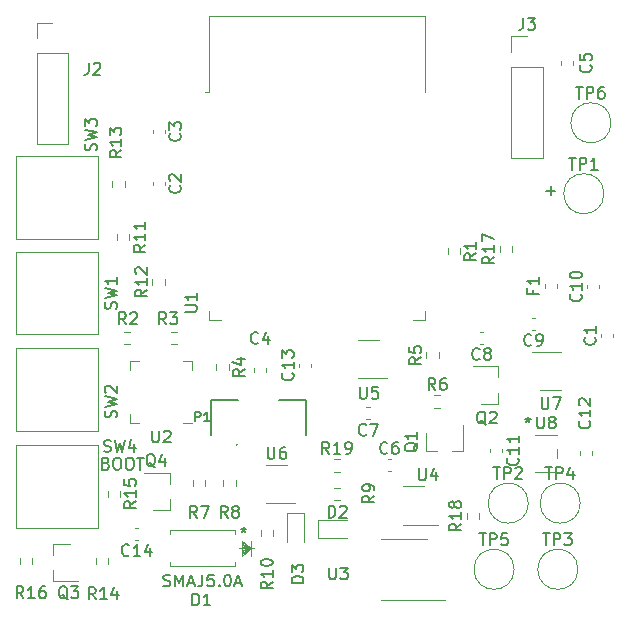
<source format=gbr>
%TF.GenerationSoftware,KiCad,Pcbnew,(5.1.10)-1*%
%TF.CreationDate,2022-02-13T15:16:36-05:00*%
%TF.ProjectId,wristband,77726973-7462-4616-9e64-2e6b69636164,rev?*%
%TF.SameCoordinates,Original*%
%TF.FileFunction,Legend,Top*%
%TF.FilePolarity,Positive*%
%FSLAX46Y46*%
G04 Gerber Fmt 4.6, Leading zero omitted, Abs format (unit mm)*
G04 Created by KiCad (PCBNEW (5.1.10)-1) date 2022-02-13 15:16:36*
%MOMM*%
%LPD*%
G01*
G04 APERTURE LIST*
%ADD10C,0.150000*%
%ADD11C,0.120000*%
%ADD12C,0.127000*%
G04 APERTURE END LIST*
D10*
X93942857Y-103828571D02*
X94085714Y-103876190D01*
X94133333Y-103923809D01*
X94180952Y-104019047D01*
X94180952Y-104161904D01*
X94133333Y-104257142D01*
X94085714Y-104304761D01*
X93990476Y-104352380D01*
X93609523Y-104352380D01*
X93609523Y-103352380D01*
X93942857Y-103352380D01*
X94038095Y-103400000D01*
X94085714Y-103447619D01*
X94133333Y-103542857D01*
X94133333Y-103638095D01*
X94085714Y-103733333D01*
X94038095Y-103780952D01*
X93942857Y-103828571D01*
X93609523Y-103828571D01*
X94800000Y-103352380D02*
X94990476Y-103352380D01*
X95085714Y-103400000D01*
X95180952Y-103495238D01*
X95228571Y-103685714D01*
X95228571Y-104019047D01*
X95180952Y-104209523D01*
X95085714Y-104304761D01*
X94990476Y-104352380D01*
X94800000Y-104352380D01*
X94704761Y-104304761D01*
X94609523Y-104209523D01*
X94561904Y-104019047D01*
X94561904Y-103685714D01*
X94609523Y-103495238D01*
X94704761Y-103400000D01*
X94800000Y-103352380D01*
X95847619Y-103352380D02*
X96038095Y-103352380D01*
X96133333Y-103400000D01*
X96228571Y-103495238D01*
X96276190Y-103685714D01*
X96276190Y-104019047D01*
X96228571Y-104209523D01*
X96133333Y-104304761D01*
X96038095Y-104352380D01*
X95847619Y-104352380D01*
X95752380Y-104304761D01*
X95657142Y-104209523D01*
X95609523Y-104019047D01*
X95609523Y-103685714D01*
X95657142Y-103495238D01*
X95752380Y-103400000D01*
X95847619Y-103352380D01*
X96561904Y-103352380D02*
X97133333Y-103352380D01*
X96847619Y-104352380D02*
X96847619Y-103352380D01*
X131219047Y-80771428D02*
X131980952Y-80771428D01*
X131600000Y-81152380D02*
X131600000Y-80390476D01*
D11*
%TO.C,TP6*%
X136700000Y-75000000D02*
G75*
G03*
X136700000Y-75000000I-1700000J0D01*
G01*
%TO.C,TP5*%
X128500000Y-112800000D02*
G75*
G03*
X128500000Y-112800000I-1700000J0D01*
G01*
%TO.C,TP4*%
X134100000Y-107200000D02*
G75*
G03*
X134100000Y-107200000I-1700000J0D01*
G01*
%TO.C,TP3*%
X133900000Y-112800000D02*
G75*
G03*
X133900000Y-112800000I-1700000J0D01*
G01*
%TO.C,TP2*%
X129700000Y-107200000D02*
G75*
G03*
X129700000Y-107200000I-1700000J0D01*
G01*
%TO.C,TP1*%
X136100000Y-81000000D02*
G75*
G03*
X136100000Y-81000000I-1700000J0D01*
G01*
D12*
%TO.C,P1*%
X105100000Y-98500000D02*
X102850000Y-98500000D01*
X102850000Y-98500000D02*
X102850000Y-101400000D01*
X108600000Y-98500000D02*
X110850000Y-98500000D01*
X110850000Y-98500000D02*
X110850000Y-101400000D01*
X105050000Y-102250000D02*
G75*
G03*
X105050000Y-102250000I-50000J0D01*
G01*
D11*
%TO.C,F1*%
X132110000Y-88971267D02*
X132110000Y-88628733D01*
X131090000Y-88971267D02*
X131090000Y-88628733D01*
%TO.C,J3*%
X128270000Y-67670000D02*
X129600000Y-67670000D01*
X128270000Y-69000000D02*
X128270000Y-67670000D01*
X128270000Y-70270000D02*
X130930000Y-70270000D01*
X130930000Y-70270000D02*
X130930000Y-77950000D01*
X128270000Y-70270000D02*
X128270000Y-77950000D01*
X128270000Y-77950000D02*
X130930000Y-77950000D01*
%TO.C,J2*%
X88070000Y-66530000D02*
X89400000Y-66530000D01*
X88070000Y-67860000D02*
X88070000Y-66530000D01*
X88070000Y-69130000D02*
X90730000Y-69130000D01*
X90730000Y-69130000D02*
X90730000Y-76810000D01*
X88070000Y-69130000D02*
X88070000Y-76810000D01*
X88070000Y-76810000D02*
X90730000Y-76810000D01*
%TO.C,C1*%
X136910000Y-93146267D02*
X136910000Y-92853733D01*
X135890000Y-93146267D02*
X135890000Y-92853733D01*
%TO.C,C2*%
X98910000Y-79991233D02*
X98910000Y-80283767D01*
X97890000Y-79991233D02*
X97890000Y-80283767D01*
%TO.C,C3*%
X97890000Y-75591233D02*
X97890000Y-75883767D01*
X98910000Y-75591233D02*
X98910000Y-75883767D01*
%TO.C,C4*%
X107510000Y-96083767D02*
X107510000Y-95791233D01*
X106490000Y-96083767D02*
X106490000Y-95791233D01*
%TO.C,C5*%
X133510000Y-69791233D02*
X133510000Y-70083767D01*
X132490000Y-69791233D02*
X132490000Y-70083767D01*
%TO.C,C6*%
X117791233Y-103490000D02*
X118083767Y-103490000D01*
X117791233Y-104510000D02*
X118083767Y-104510000D01*
%TO.C,C7*%
X116283767Y-99090000D02*
X115991233Y-99090000D01*
X116283767Y-100110000D02*
X115991233Y-100110000D01*
%TO.C,C8*%
X125883767Y-92690000D02*
X125591233Y-92690000D01*
X125883767Y-93710000D02*
X125591233Y-93710000D01*
%TO.C,C9*%
X130283767Y-91490000D02*
X129991233Y-91490000D01*
X130283767Y-92510000D02*
X129991233Y-92510000D01*
%TO.C,C10*%
X134690000Y-89008767D02*
X134690000Y-88716233D01*
X135710000Y-89008767D02*
X135710000Y-88716233D01*
%TO.C,C11*%
X127510000Y-102591233D02*
X127510000Y-102883767D01*
X126490000Y-102591233D02*
X126490000Y-102883767D01*
%TO.C,C12*%
X135110000Y-102791233D02*
X135110000Y-103083767D01*
X134090000Y-102791233D02*
X134090000Y-103083767D01*
%TO.C,C13*%
X110290000Y-95683767D02*
X110290000Y-95391233D01*
X111310000Y-95683767D02*
X111310000Y-95391233D01*
%TO.C,C14*%
X96683767Y-109290000D02*
X96391233Y-109290000D01*
X96683767Y-110310000D02*
X96391233Y-110310000D01*
%TO.C,D1*%
X99329600Y-112158240D02*
X99329600Y-112524000D01*
X104866800Y-109841760D02*
X104866800Y-109476000D01*
X104866800Y-112524000D02*
X104866800Y-112158240D01*
X99329600Y-112524000D02*
X104866800Y-112524000D01*
X99329600Y-109476000D02*
X99329600Y-109841760D01*
X104866800Y-109476000D02*
X99329600Y-109476000D01*
X105501800Y-111635000D02*
X105501800Y-110365000D01*
X106263800Y-111000000D02*
X105501800Y-110873000D01*
X106263800Y-111000000D02*
X105501800Y-110746000D01*
X106263800Y-111000000D02*
X105501800Y-110619000D01*
X106263800Y-111000000D02*
X105501800Y-110492000D01*
X106263800Y-111000000D02*
X105501800Y-110365000D01*
X106263800Y-111000000D02*
X105501800Y-111127000D01*
X106263800Y-111000000D02*
X105501800Y-111254000D01*
X106263800Y-111000000D02*
X105501800Y-111381000D01*
X106263800Y-111000000D02*
X105501800Y-111508000D01*
X106263800Y-111000000D02*
X105501800Y-111635000D01*
X106263800Y-111635000D02*
X106263800Y-110365000D01*
X105247800Y-111000000D02*
X106517800Y-111000000D01*
%TO.C,D2*%
X111865000Y-110135000D02*
X114325000Y-110135000D01*
X111865000Y-108665000D02*
X111865000Y-110135000D01*
X114325000Y-108665000D02*
X111865000Y-108665000D01*
%TO.C,D3*%
X110735000Y-110525000D02*
X110735000Y-108065000D01*
X110735000Y-108065000D02*
X109265000Y-108065000D01*
X109265000Y-108065000D02*
X109265000Y-110525000D01*
%TO.C,Q1*%
X121020000Y-102760000D02*
X121950000Y-102760000D01*
X124180000Y-102760000D02*
X123250000Y-102760000D01*
X124180000Y-102760000D02*
X124180000Y-100600000D01*
X121020000Y-102760000D02*
X121020000Y-101300000D01*
%TO.C,Q2*%
X127160000Y-98780000D02*
X125700000Y-98780000D01*
X127160000Y-95620000D02*
X125000000Y-95620000D01*
X127160000Y-95620000D02*
X127160000Y-96550000D01*
X127160000Y-98780000D02*
X127160000Y-97850000D01*
%TO.C,Q3*%
X89440000Y-110670000D02*
X90900000Y-110670000D01*
X89440000Y-113830000D02*
X91600000Y-113830000D01*
X89440000Y-113830000D02*
X89440000Y-112900000D01*
X89440000Y-110670000D02*
X89440000Y-111600000D01*
%TO.C,Q4*%
X99360000Y-107780000D02*
X99360000Y-106850000D01*
X99360000Y-104620000D02*
X99360000Y-105550000D01*
X99360000Y-104620000D02*
X97200000Y-104620000D01*
X99360000Y-107780000D02*
X97900000Y-107780000D01*
%TO.C,R1*%
X122877500Y-85632776D02*
X122877500Y-86142224D01*
X123922500Y-85632776D02*
X123922500Y-86142224D01*
%TO.C,R2*%
X95942224Y-92677500D02*
X95432776Y-92677500D01*
X95942224Y-93722500D02*
X95432776Y-93722500D01*
%TO.C,R3*%
X99942224Y-93722500D02*
X99432776Y-93722500D01*
X99942224Y-92677500D02*
X99432776Y-92677500D01*
%TO.C,R4*%
X104322500Y-95432776D02*
X104322500Y-95942224D01*
X103277500Y-95432776D02*
X103277500Y-95942224D01*
%TO.C,R5*%
X122122500Y-94942224D02*
X122122500Y-94432776D01*
X121077500Y-94942224D02*
X121077500Y-94432776D01*
%TO.C,R6*%
X121745276Y-98077500D02*
X122254724Y-98077500D01*
X121745276Y-99122500D02*
X122254724Y-99122500D01*
%TO.C,R7*%
X102322500Y-105742224D02*
X102322500Y-105232776D01*
X101277500Y-105742224D02*
X101277500Y-105232776D01*
%TO.C,R8*%
X104922500Y-105767224D02*
X104922500Y-105257776D01*
X103877500Y-105767224D02*
X103877500Y-105257776D01*
%TO.C,R9*%
X113232776Y-106922500D02*
X113742224Y-106922500D01*
X113232776Y-105877500D02*
X113742224Y-105877500D01*
%TO.C,R10*%
X108122500Y-109432776D02*
X108122500Y-109942224D01*
X107077500Y-109432776D02*
X107077500Y-109942224D01*
%TO.C,R11*%
X95922500Y-84432776D02*
X95922500Y-84942224D01*
X94877500Y-84432776D02*
X94877500Y-84942224D01*
%TO.C,R12*%
X97877500Y-88742224D02*
X97877500Y-88232776D01*
X98922500Y-88742224D02*
X98922500Y-88232776D01*
%TO.C,R13*%
X95522500Y-80442224D02*
X95522500Y-79932776D01*
X94477500Y-80442224D02*
X94477500Y-79932776D01*
%TO.C,R14*%
X94122500Y-112342224D02*
X94122500Y-111832776D01*
X93077500Y-112342224D02*
X93077500Y-111832776D01*
%TO.C,R15*%
X95122500Y-106145276D02*
X95122500Y-106654724D01*
X94077500Y-106145276D02*
X94077500Y-106654724D01*
%TO.C,R16*%
X86677500Y-111857776D02*
X86677500Y-112367224D01*
X87722500Y-111857776D02*
X87722500Y-112367224D01*
%TO.C,R17*%
X127277500Y-85942224D02*
X127277500Y-85432776D01*
X128322500Y-85942224D02*
X128322500Y-85432776D01*
%TO.C,R18*%
X124477500Y-108542224D02*
X124477500Y-108032776D01*
X125522500Y-108542224D02*
X125522500Y-108032776D01*
%TO.C,R19*%
X113232776Y-104522500D02*
X113742224Y-104522500D01*
X113232776Y-103477500D02*
X113742224Y-103477500D01*
%TO.C,SW1*%
X86300000Y-85900000D02*
X93300000Y-85900000D01*
X93300000Y-85900000D02*
X93300000Y-92900000D01*
X93300000Y-92900000D02*
X86300000Y-92900000D01*
X86300000Y-92900000D02*
X86300000Y-85900000D01*
%TO.C,SW2*%
X86300000Y-101100000D02*
X86300000Y-94100000D01*
X93300000Y-101100000D02*
X86300000Y-101100000D01*
X93300000Y-94100000D02*
X93300000Y-101100000D01*
X86300000Y-94100000D02*
X93300000Y-94100000D01*
%TO.C,SW3*%
X86300000Y-77800000D02*
X93300000Y-77800000D01*
X93300000Y-77800000D02*
X93300000Y-84800000D01*
X93300000Y-84800000D02*
X86300000Y-84800000D01*
X86300000Y-84800000D02*
X86300000Y-77800000D01*
%TO.C,SW4*%
X86300000Y-109300000D02*
X86300000Y-102300000D01*
X93300000Y-109300000D02*
X86300000Y-109300000D01*
X93300000Y-102300000D02*
X93300000Y-109300000D01*
X86300000Y-102300000D02*
X93300000Y-102300000D01*
%TO.C,U1*%
X102680000Y-72355000D02*
X102300000Y-72355000D01*
X102680000Y-65935000D02*
X102680000Y-72355000D01*
X120920000Y-65935000D02*
X120920000Y-72355000D01*
X102680000Y-65935000D02*
X120920000Y-65935000D01*
X120920000Y-91680000D02*
X119920000Y-91680000D01*
X120920000Y-90900000D02*
X120920000Y-91680000D01*
X102680000Y-91680000D02*
X103680000Y-91680000D01*
X102680000Y-90900000D02*
X102680000Y-91680000D01*
%TO.C,U2*%
X100485000Y-100410000D02*
X101210000Y-100410000D01*
X95990000Y-95190000D02*
X95990000Y-95915000D01*
X96715000Y-95190000D02*
X95990000Y-95190000D01*
X101210000Y-95190000D02*
X101210000Y-95915000D01*
X100485000Y-95190000D02*
X101210000Y-95190000D01*
X95990000Y-100410000D02*
X95990000Y-99685000D01*
X96715000Y-100410000D02*
X95990000Y-100410000D01*
%TO.C,U3*%
X119200000Y-115360000D02*
X122650000Y-115360000D01*
X119200000Y-115360000D02*
X117250000Y-115360000D01*
X119200000Y-110240000D02*
X121150000Y-110240000D01*
X119200000Y-110240000D02*
X117250000Y-110240000D01*
%TO.C,U4*%
X119100000Y-109010000D02*
X122050000Y-109010000D01*
X120900000Y-105790000D02*
X119100000Y-105790000D01*
%TO.C,U5*%
X117100000Y-93390000D02*
X115300000Y-93390000D01*
X115300000Y-96610000D02*
X117750000Y-96610000D01*
%TO.C,U6*%
X107500000Y-107210000D02*
X109950000Y-107210000D01*
X109300000Y-103990000D02*
X107500000Y-103990000D01*
%TO.C,U7*%
X132500000Y-94390000D02*
X130050000Y-94390000D01*
X130700000Y-97610000D02*
X132500000Y-97610000D01*
%TO.C,U8*%
X130272900Y-104574800D02*
X132127100Y-104574800D01*
X132127100Y-103403860D02*
X132127100Y-102596140D01*
X132127100Y-101425200D02*
X130272900Y-101425200D01*
%TO.C,TP6*%
D10*
X133738095Y-71954380D02*
X134309523Y-71954380D01*
X134023809Y-72954380D02*
X134023809Y-71954380D01*
X134642857Y-72954380D02*
X134642857Y-71954380D01*
X135023809Y-71954380D01*
X135119047Y-72002000D01*
X135166666Y-72049619D01*
X135214285Y-72144857D01*
X135214285Y-72287714D01*
X135166666Y-72382952D01*
X135119047Y-72430571D01*
X135023809Y-72478190D01*
X134642857Y-72478190D01*
X136071428Y-71954380D02*
X135880952Y-71954380D01*
X135785714Y-72002000D01*
X135738095Y-72049619D01*
X135642857Y-72192476D01*
X135595238Y-72382952D01*
X135595238Y-72763904D01*
X135642857Y-72859142D01*
X135690476Y-72906761D01*
X135785714Y-72954380D01*
X135976190Y-72954380D01*
X136071428Y-72906761D01*
X136119047Y-72859142D01*
X136166666Y-72763904D01*
X136166666Y-72525809D01*
X136119047Y-72430571D01*
X136071428Y-72382952D01*
X135976190Y-72335333D01*
X135785714Y-72335333D01*
X135690476Y-72382952D01*
X135642857Y-72430571D01*
X135595238Y-72525809D01*
%TO.C,TP5*%
X125538095Y-109754380D02*
X126109523Y-109754380D01*
X125823809Y-110754380D02*
X125823809Y-109754380D01*
X126442857Y-110754380D02*
X126442857Y-109754380D01*
X126823809Y-109754380D01*
X126919047Y-109802000D01*
X126966666Y-109849619D01*
X127014285Y-109944857D01*
X127014285Y-110087714D01*
X126966666Y-110182952D01*
X126919047Y-110230571D01*
X126823809Y-110278190D01*
X126442857Y-110278190D01*
X127919047Y-109754380D02*
X127442857Y-109754380D01*
X127395238Y-110230571D01*
X127442857Y-110182952D01*
X127538095Y-110135333D01*
X127776190Y-110135333D01*
X127871428Y-110182952D01*
X127919047Y-110230571D01*
X127966666Y-110325809D01*
X127966666Y-110563904D01*
X127919047Y-110659142D01*
X127871428Y-110706761D01*
X127776190Y-110754380D01*
X127538095Y-110754380D01*
X127442857Y-110706761D01*
X127395238Y-110659142D01*
%TO.C,TP4*%
X131138095Y-104154380D02*
X131709523Y-104154380D01*
X131423809Y-105154380D02*
X131423809Y-104154380D01*
X132042857Y-105154380D02*
X132042857Y-104154380D01*
X132423809Y-104154380D01*
X132519047Y-104202000D01*
X132566666Y-104249619D01*
X132614285Y-104344857D01*
X132614285Y-104487714D01*
X132566666Y-104582952D01*
X132519047Y-104630571D01*
X132423809Y-104678190D01*
X132042857Y-104678190D01*
X133471428Y-104487714D02*
X133471428Y-105154380D01*
X133233333Y-104106761D02*
X132995238Y-104821047D01*
X133614285Y-104821047D01*
%TO.C,TP3*%
X130938095Y-109754380D02*
X131509523Y-109754380D01*
X131223809Y-110754380D02*
X131223809Y-109754380D01*
X131842857Y-110754380D02*
X131842857Y-109754380D01*
X132223809Y-109754380D01*
X132319047Y-109802000D01*
X132366666Y-109849619D01*
X132414285Y-109944857D01*
X132414285Y-110087714D01*
X132366666Y-110182952D01*
X132319047Y-110230571D01*
X132223809Y-110278190D01*
X131842857Y-110278190D01*
X132747619Y-109754380D02*
X133366666Y-109754380D01*
X133033333Y-110135333D01*
X133176190Y-110135333D01*
X133271428Y-110182952D01*
X133319047Y-110230571D01*
X133366666Y-110325809D01*
X133366666Y-110563904D01*
X133319047Y-110659142D01*
X133271428Y-110706761D01*
X133176190Y-110754380D01*
X132890476Y-110754380D01*
X132795238Y-110706761D01*
X132747619Y-110659142D01*
%TO.C,TP2*%
X126738095Y-104154380D02*
X127309523Y-104154380D01*
X127023809Y-105154380D02*
X127023809Y-104154380D01*
X127642857Y-105154380D02*
X127642857Y-104154380D01*
X128023809Y-104154380D01*
X128119047Y-104202000D01*
X128166666Y-104249619D01*
X128214285Y-104344857D01*
X128214285Y-104487714D01*
X128166666Y-104582952D01*
X128119047Y-104630571D01*
X128023809Y-104678190D01*
X127642857Y-104678190D01*
X128595238Y-104249619D02*
X128642857Y-104202000D01*
X128738095Y-104154380D01*
X128976190Y-104154380D01*
X129071428Y-104202000D01*
X129119047Y-104249619D01*
X129166666Y-104344857D01*
X129166666Y-104440095D01*
X129119047Y-104582952D01*
X128547619Y-105154380D01*
X129166666Y-105154380D01*
%TO.C,TP1*%
X133138095Y-77954380D02*
X133709523Y-77954380D01*
X133423809Y-78954380D02*
X133423809Y-77954380D01*
X134042857Y-78954380D02*
X134042857Y-77954380D01*
X134423809Y-77954380D01*
X134519047Y-78002000D01*
X134566666Y-78049619D01*
X134614285Y-78144857D01*
X134614285Y-78287714D01*
X134566666Y-78382952D01*
X134519047Y-78430571D01*
X134423809Y-78478190D01*
X134042857Y-78478190D01*
X135566666Y-78954380D02*
X134995238Y-78954380D01*
X135280952Y-78954380D02*
X135280952Y-77954380D01*
X135185714Y-78097238D01*
X135090476Y-78192476D01*
X134995238Y-78240095D01*
%TO.C,P1*%
X101492464Y-100272447D02*
X101492464Y-99471093D01*
X101797742Y-99471093D01*
X101874061Y-99509253D01*
X101912221Y-99547412D01*
X101950381Y-99623732D01*
X101950381Y-99738211D01*
X101912221Y-99814530D01*
X101874061Y-99852690D01*
X101797742Y-99890850D01*
X101492464Y-99890850D01*
X102713575Y-100272447D02*
X102255658Y-100272447D01*
X102484617Y-100272447D02*
X102484617Y-99471093D01*
X102408297Y-99585572D01*
X102331978Y-99661891D01*
X102255658Y-99700051D01*
%TO.C,F1*%
X130098571Y-89133333D02*
X130098571Y-89466666D01*
X130622380Y-89466666D02*
X129622380Y-89466666D01*
X129622380Y-88990476D01*
X130622380Y-88085714D02*
X130622380Y-88657142D01*
X130622380Y-88371428D02*
X129622380Y-88371428D01*
X129765238Y-88466666D01*
X129860476Y-88561904D01*
X129908095Y-88657142D01*
%TO.C,J3*%
X129266666Y-66122380D02*
X129266666Y-66836666D01*
X129219047Y-66979523D01*
X129123809Y-67074761D01*
X128980952Y-67122380D01*
X128885714Y-67122380D01*
X129647619Y-66122380D02*
X130266666Y-66122380D01*
X129933333Y-66503333D01*
X130076190Y-66503333D01*
X130171428Y-66550952D01*
X130219047Y-66598571D01*
X130266666Y-66693809D01*
X130266666Y-66931904D01*
X130219047Y-67027142D01*
X130171428Y-67074761D01*
X130076190Y-67122380D01*
X129790476Y-67122380D01*
X129695238Y-67074761D01*
X129647619Y-67027142D01*
%TO.C,J2*%
X92466666Y-69912380D02*
X92466666Y-70626666D01*
X92419047Y-70769523D01*
X92323809Y-70864761D01*
X92180952Y-70912380D01*
X92085714Y-70912380D01*
X92895238Y-70007619D02*
X92942857Y-69960000D01*
X93038095Y-69912380D01*
X93276190Y-69912380D01*
X93371428Y-69960000D01*
X93419047Y-70007619D01*
X93466666Y-70102857D01*
X93466666Y-70198095D01*
X93419047Y-70340952D01*
X92847619Y-70912380D01*
X93466666Y-70912380D01*
%TO.C,C1*%
X135327142Y-93166666D02*
X135374761Y-93214285D01*
X135422380Y-93357142D01*
X135422380Y-93452380D01*
X135374761Y-93595238D01*
X135279523Y-93690476D01*
X135184285Y-93738095D01*
X134993809Y-93785714D01*
X134850952Y-93785714D01*
X134660476Y-93738095D01*
X134565238Y-93690476D01*
X134470000Y-93595238D01*
X134422380Y-93452380D01*
X134422380Y-93357142D01*
X134470000Y-93214285D01*
X134517619Y-93166666D01*
X135422380Y-92214285D02*
X135422380Y-92785714D01*
X135422380Y-92500000D02*
X134422380Y-92500000D01*
X134565238Y-92595238D01*
X134660476Y-92690476D01*
X134708095Y-92785714D01*
%TO.C,C2*%
X100187142Y-80304166D02*
X100234761Y-80351785D01*
X100282380Y-80494642D01*
X100282380Y-80589880D01*
X100234761Y-80732738D01*
X100139523Y-80827976D01*
X100044285Y-80875595D01*
X99853809Y-80923214D01*
X99710952Y-80923214D01*
X99520476Y-80875595D01*
X99425238Y-80827976D01*
X99330000Y-80732738D01*
X99282380Y-80589880D01*
X99282380Y-80494642D01*
X99330000Y-80351785D01*
X99377619Y-80304166D01*
X99377619Y-79923214D02*
X99330000Y-79875595D01*
X99282380Y-79780357D01*
X99282380Y-79542261D01*
X99330000Y-79447023D01*
X99377619Y-79399404D01*
X99472857Y-79351785D01*
X99568095Y-79351785D01*
X99710952Y-79399404D01*
X100282380Y-79970833D01*
X100282380Y-79351785D01*
%TO.C,C3*%
X100187142Y-75904166D02*
X100234761Y-75951785D01*
X100282380Y-76094642D01*
X100282380Y-76189880D01*
X100234761Y-76332738D01*
X100139523Y-76427976D01*
X100044285Y-76475595D01*
X99853809Y-76523214D01*
X99710952Y-76523214D01*
X99520476Y-76475595D01*
X99425238Y-76427976D01*
X99330000Y-76332738D01*
X99282380Y-76189880D01*
X99282380Y-76094642D01*
X99330000Y-75951785D01*
X99377619Y-75904166D01*
X99282380Y-75570833D02*
X99282380Y-74951785D01*
X99663333Y-75285119D01*
X99663333Y-75142261D01*
X99710952Y-75047023D01*
X99758571Y-74999404D01*
X99853809Y-74951785D01*
X100091904Y-74951785D01*
X100187142Y-74999404D01*
X100234761Y-75047023D01*
X100282380Y-75142261D01*
X100282380Y-75427976D01*
X100234761Y-75523214D01*
X100187142Y-75570833D01*
%TO.C,C4*%
X106833333Y-93632142D02*
X106785714Y-93679761D01*
X106642857Y-93727380D01*
X106547619Y-93727380D01*
X106404761Y-93679761D01*
X106309523Y-93584523D01*
X106261904Y-93489285D01*
X106214285Y-93298809D01*
X106214285Y-93155952D01*
X106261904Y-92965476D01*
X106309523Y-92870238D01*
X106404761Y-92775000D01*
X106547619Y-92727380D01*
X106642857Y-92727380D01*
X106785714Y-92775000D01*
X106833333Y-92822619D01*
X107690476Y-93060714D02*
X107690476Y-93727380D01*
X107452380Y-92679761D02*
X107214285Y-93394047D01*
X107833333Y-93394047D01*
%TO.C,C5*%
X134957142Y-70104166D02*
X135004761Y-70151785D01*
X135052380Y-70294642D01*
X135052380Y-70389880D01*
X135004761Y-70532738D01*
X134909523Y-70627976D01*
X134814285Y-70675595D01*
X134623809Y-70723214D01*
X134480952Y-70723214D01*
X134290476Y-70675595D01*
X134195238Y-70627976D01*
X134100000Y-70532738D01*
X134052380Y-70389880D01*
X134052380Y-70294642D01*
X134100000Y-70151785D01*
X134147619Y-70104166D01*
X134052380Y-69199404D02*
X134052380Y-69675595D01*
X134528571Y-69723214D01*
X134480952Y-69675595D01*
X134433333Y-69580357D01*
X134433333Y-69342261D01*
X134480952Y-69247023D01*
X134528571Y-69199404D01*
X134623809Y-69151785D01*
X134861904Y-69151785D01*
X134957142Y-69199404D01*
X135004761Y-69247023D01*
X135052380Y-69342261D01*
X135052380Y-69580357D01*
X135004761Y-69675595D01*
X134957142Y-69723214D01*
%TO.C,C6*%
X117770833Y-102927142D02*
X117723214Y-102974761D01*
X117580357Y-103022380D01*
X117485119Y-103022380D01*
X117342261Y-102974761D01*
X117247023Y-102879523D01*
X117199404Y-102784285D01*
X117151785Y-102593809D01*
X117151785Y-102450952D01*
X117199404Y-102260476D01*
X117247023Y-102165238D01*
X117342261Y-102070000D01*
X117485119Y-102022380D01*
X117580357Y-102022380D01*
X117723214Y-102070000D01*
X117770833Y-102117619D01*
X118627976Y-102022380D02*
X118437500Y-102022380D01*
X118342261Y-102070000D01*
X118294642Y-102117619D01*
X118199404Y-102260476D01*
X118151785Y-102450952D01*
X118151785Y-102831904D01*
X118199404Y-102927142D01*
X118247023Y-102974761D01*
X118342261Y-103022380D01*
X118532738Y-103022380D01*
X118627976Y-102974761D01*
X118675595Y-102927142D01*
X118723214Y-102831904D01*
X118723214Y-102593809D01*
X118675595Y-102498571D01*
X118627976Y-102450952D01*
X118532738Y-102403333D01*
X118342261Y-102403333D01*
X118247023Y-102450952D01*
X118199404Y-102498571D01*
X118151785Y-102593809D01*
%TO.C,C7*%
X115970833Y-101387142D02*
X115923214Y-101434761D01*
X115780357Y-101482380D01*
X115685119Y-101482380D01*
X115542261Y-101434761D01*
X115447023Y-101339523D01*
X115399404Y-101244285D01*
X115351785Y-101053809D01*
X115351785Y-100910952D01*
X115399404Y-100720476D01*
X115447023Y-100625238D01*
X115542261Y-100530000D01*
X115685119Y-100482380D01*
X115780357Y-100482380D01*
X115923214Y-100530000D01*
X115970833Y-100577619D01*
X116304166Y-100482380D02*
X116970833Y-100482380D01*
X116542261Y-101482380D01*
%TO.C,C8*%
X125570833Y-94987142D02*
X125523214Y-95034761D01*
X125380357Y-95082380D01*
X125285119Y-95082380D01*
X125142261Y-95034761D01*
X125047023Y-94939523D01*
X124999404Y-94844285D01*
X124951785Y-94653809D01*
X124951785Y-94510952D01*
X124999404Y-94320476D01*
X125047023Y-94225238D01*
X125142261Y-94130000D01*
X125285119Y-94082380D01*
X125380357Y-94082380D01*
X125523214Y-94130000D01*
X125570833Y-94177619D01*
X126142261Y-94510952D02*
X126047023Y-94463333D01*
X125999404Y-94415714D01*
X125951785Y-94320476D01*
X125951785Y-94272857D01*
X125999404Y-94177619D01*
X126047023Y-94130000D01*
X126142261Y-94082380D01*
X126332738Y-94082380D01*
X126427976Y-94130000D01*
X126475595Y-94177619D01*
X126523214Y-94272857D01*
X126523214Y-94320476D01*
X126475595Y-94415714D01*
X126427976Y-94463333D01*
X126332738Y-94510952D01*
X126142261Y-94510952D01*
X126047023Y-94558571D01*
X125999404Y-94606190D01*
X125951785Y-94701428D01*
X125951785Y-94891904D01*
X125999404Y-94987142D01*
X126047023Y-95034761D01*
X126142261Y-95082380D01*
X126332738Y-95082380D01*
X126427976Y-95034761D01*
X126475595Y-94987142D01*
X126523214Y-94891904D01*
X126523214Y-94701428D01*
X126475595Y-94606190D01*
X126427976Y-94558571D01*
X126332738Y-94510952D01*
%TO.C,C9*%
X129970833Y-93787142D02*
X129923214Y-93834761D01*
X129780357Y-93882380D01*
X129685119Y-93882380D01*
X129542261Y-93834761D01*
X129447023Y-93739523D01*
X129399404Y-93644285D01*
X129351785Y-93453809D01*
X129351785Y-93310952D01*
X129399404Y-93120476D01*
X129447023Y-93025238D01*
X129542261Y-92930000D01*
X129685119Y-92882380D01*
X129780357Y-92882380D01*
X129923214Y-92930000D01*
X129970833Y-92977619D01*
X130447023Y-93882380D02*
X130637500Y-93882380D01*
X130732738Y-93834761D01*
X130780357Y-93787142D01*
X130875595Y-93644285D01*
X130923214Y-93453809D01*
X130923214Y-93072857D01*
X130875595Y-92977619D01*
X130827976Y-92930000D01*
X130732738Y-92882380D01*
X130542261Y-92882380D01*
X130447023Y-92930000D01*
X130399404Y-92977619D01*
X130351785Y-93072857D01*
X130351785Y-93310952D01*
X130399404Y-93406190D01*
X130447023Y-93453809D01*
X130542261Y-93501428D01*
X130732738Y-93501428D01*
X130827976Y-93453809D01*
X130875595Y-93406190D01*
X130923214Y-93310952D01*
%TO.C,C10*%
X134127142Y-89505357D02*
X134174761Y-89552976D01*
X134222380Y-89695833D01*
X134222380Y-89791071D01*
X134174761Y-89933928D01*
X134079523Y-90029166D01*
X133984285Y-90076785D01*
X133793809Y-90124404D01*
X133650952Y-90124404D01*
X133460476Y-90076785D01*
X133365238Y-90029166D01*
X133270000Y-89933928D01*
X133222380Y-89791071D01*
X133222380Y-89695833D01*
X133270000Y-89552976D01*
X133317619Y-89505357D01*
X134222380Y-88552976D02*
X134222380Y-89124404D01*
X134222380Y-88838690D02*
X133222380Y-88838690D01*
X133365238Y-88933928D01*
X133460476Y-89029166D01*
X133508095Y-89124404D01*
X133222380Y-87933928D02*
X133222380Y-87838690D01*
X133270000Y-87743452D01*
X133317619Y-87695833D01*
X133412857Y-87648214D01*
X133603333Y-87600595D01*
X133841428Y-87600595D01*
X134031904Y-87648214D01*
X134127142Y-87695833D01*
X134174761Y-87743452D01*
X134222380Y-87838690D01*
X134222380Y-87933928D01*
X134174761Y-88029166D01*
X134127142Y-88076785D01*
X134031904Y-88124404D01*
X133841428Y-88172023D01*
X133603333Y-88172023D01*
X133412857Y-88124404D01*
X133317619Y-88076785D01*
X133270000Y-88029166D01*
X133222380Y-87933928D01*
%TO.C,C11*%
X128787142Y-103380357D02*
X128834761Y-103427976D01*
X128882380Y-103570833D01*
X128882380Y-103666071D01*
X128834761Y-103808928D01*
X128739523Y-103904166D01*
X128644285Y-103951785D01*
X128453809Y-103999404D01*
X128310952Y-103999404D01*
X128120476Y-103951785D01*
X128025238Y-103904166D01*
X127930000Y-103808928D01*
X127882380Y-103666071D01*
X127882380Y-103570833D01*
X127930000Y-103427976D01*
X127977619Y-103380357D01*
X128882380Y-102427976D02*
X128882380Y-102999404D01*
X128882380Y-102713690D02*
X127882380Y-102713690D01*
X128025238Y-102808928D01*
X128120476Y-102904166D01*
X128168095Y-102999404D01*
X128882380Y-101475595D02*
X128882380Y-102047023D01*
X128882380Y-101761309D02*
X127882380Y-101761309D01*
X128025238Y-101856547D01*
X128120476Y-101951785D01*
X128168095Y-102047023D01*
%TO.C,C12*%
X134857142Y-100242857D02*
X134904761Y-100290476D01*
X134952380Y-100433333D01*
X134952380Y-100528571D01*
X134904761Y-100671428D01*
X134809523Y-100766666D01*
X134714285Y-100814285D01*
X134523809Y-100861904D01*
X134380952Y-100861904D01*
X134190476Y-100814285D01*
X134095238Y-100766666D01*
X134000000Y-100671428D01*
X133952380Y-100528571D01*
X133952380Y-100433333D01*
X134000000Y-100290476D01*
X134047619Y-100242857D01*
X134952380Y-99290476D02*
X134952380Y-99861904D01*
X134952380Y-99576190D02*
X133952380Y-99576190D01*
X134095238Y-99671428D01*
X134190476Y-99766666D01*
X134238095Y-99861904D01*
X134047619Y-98909523D02*
X134000000Y-98861904D01*
X133952380Y-98766666D01*
X133952380Y-98528571D01*
X134000000Y-98433333D01*
X134047619Y-98385714D01*
X134142857Y-98338095D01*
X134238095Y-98338095D01*
X134380952Y-98385714D01*
X134952380Y-98957142D01*
X134952380Y-98338095D01*
%TO.C,C13*%
X109727142Y-96180357D02*
X109774761Y-96227976D01*
X109822380Y-96370833D01*
X109822380Y-96466071D01*
X109774761Y-96608928D01*
X109679523Y-96704166D01*
X109584285Y-96751785D01*
X109393809Y-96799404D01*
X109250952Y-96799404D01*
X109060476Y-96751785D01*
X108965238Y-96704166D01*
X108870000Y-96608928D01*
X108822380Y-96466071D01*
X108822380Y-96370833D01*
X108870000Y-96227976D01*
X108917619Y-96180357D01*
X109822380Y-95227976D02*
X109822380Y-95799404D01*
X109822380Y-95513690D02*
X108822380Y-95513690D01*
X108965238Y-95608928D01*
X109060476Y-95704166D01*
X109108095Y-95799404D01*
X108822380Y-94894642D02*
X108822380Y-94275595D01*
X109203333Y-94608928D01*
X109203333Y-94466071D01*
X109250952Y-94370833D01*
X109298571Y-94323214D01*
X109393809Y-94275595D01*
X109631904Y-94275595D01*
X109727142Y-94323214D01*
X109774761Y-94370833D01*
X109822380Y-94466071D01*
X109822380Y-94751785D01*
X109774761Y-94847023D01*
X109727142Y-94894642D01*
%TO.C,C14*%
X95894642Y-111587142D02*
X95847023Y-111634761D01*
X95704166Y-111682380D01*
X95608928Y-111682380D01*
X95466071Y-111634761D01*
X95370833Y-111539523D01*
X95323214Y-111444285D01*
X95275595Y-111253809D01*
X95275595Y-111110952D01*
X95323214Y-110920476D01*
X95370833Y-110825238D01*
X95466071Y-110730000D01*
X95608928Y-110682380D01*
X95704166Y-110682380D01*
X95847023Y-110730000D01*
X95894642Y-110777619D01*
X96847023Y-111682380D02*
X96275595Y-111682380D01*
X96561309Y-111682380D02*
X96561309Y-110682380D01*
X96466071Y-110825238D01*
X96370833Y-110920476D01*
X96275595Y-110968095D01*
X97704166Y-111015714D02*
X97704166Y-111682380D01*
X97466071Y-110634761D02*
X97227976Y-111349047D01*
X97847023Y-111349047D01*
%TO.C,D1*%
X101261904Y-115852380D02*
X101261904Y-114852380D01*
X101500000Y-114852380D01*
X101642857Y-114900000D01*
X101738095Y-114995238D01*
X101785714Y-115090476D01*
X101833333Y-115280952D01*
X101833333Y-115423809D01*
X101785714Y-115614285D01*
X101738095Y-115709523D01*
X101642857Y-115804761D01*
X101500000Y-115852380D01*
X101261904Y-115852380D01*
X102785714Y-115852380D02*
X102214285Y-115852380D01*
X102500000Y-115852380D02*
X102500000Y-114852380D01*
X102404761Y-114995238D01*
X102309523Y-115090476D01*
X102214285Y-115138095D01*
X98812485Y-114204761D02*
X98955342Y-114252380D01*
X99193438Y-114252380D01*
X99288676Y-114204761D01*
X99336295Y-114157142D01*
X99383914Y-114061904D01*
X99383914Y-113966666D01*
X99336295Y-113871428D01*
X99288676Y-113823809D01*
X99193438Y-113776190D01*
X99002961Y-113728571D01*
X98907723Y-113680952D01*
X98860104Y-113633333D01*
X98812485Y-113538095D01*
X98812485Y-113442857D01*
X98860104Y-113347619D01*
X98907723Y-113300000D01*
X99002961Y-113252380D01*
X99241057Y-113252380D01*
X99383914Y-113300000D01*
X99812485Y-114252380D02*
X99812485Y-113252380D01*
X100145819Y-113966666D01*
X100479152Y-113252380D01*
X100479152Y-114252380D01*
X100907723Y-113966666D02*
X101383914Y-113966666D01*
X100812485Y-114252380D02*
X101145819Y-113252380D01*
X101479152Y-114252380D01*
X102098200Y-113252380D02*
X102098200Y-113966666D01*
X102050580Y-114109523D01*
X101955342Y-114204761D01*
X101812485Y-114252380D01*
X101717247Y-114252380D01*
X103050580Y-113252380D02*
X102574390Y-113252380D01*
X102526771Y-113728571D01*
X102574390Y-113680952D01*
X102669628Y-113633333D01*
X102907723Y-113633333D01*
X103002961Y-113680952D01*
X103050580Y-113728571D01*
X103098200Y-113823809D01*
X103098200Y-114061904D01*
X103050580Y-114157142D01*
X103002961Y-114204761D01*
X102907723Y-114252380D01*
X102669628Y-114252380D01*
X102574390Y-114204761D01*
X102526771Y-114157142D01*
X103526771Y-114157142D02*
X103574390Y-114204761D01*
X103526771Y-114252380D01*
X103479152Y-114204761D01*
X103526771Y-114157142D01*
X103526771Y-114252380D01*
X104193438Y-113252380D02*
X104288676Y-113252380D01*
X104383914Y-113300000D01*
X104431533Y-113347619D01*
X104479152Y-113442857D01*
X104526771Y-113633333D01*
X104526771Y-113871428D01*
X104479152Y-114061904D01*
X104431533Y-114157142D01*
X104383914Y-114204761D01*
X104288676Y-114252380D01*
X104193438Y-114252380D01*
X104098200Y-114204761D01*
X104050580Y-114157142D01*
X104002961Y-114061904D01*
X103955342Y-113871428D01*
X103955342Y-113633333D01*
X104002961Y-113442857D01*
X104050580Y-113347619D01*
X104098200Y-113300000D01*
X104193438Y-113252380D01*
X104907723Y-113966666D02*
X105383914Y-113966666D01*
X104812485Y-114252380D02*
X105145819Y-113252380D01*
X105479152Y-114252380D01*
X105600000Y-109252380D02*
X105600000Y-109490476D01*
X105361904Y-109395238D02*
X105600000Y-109490476D01*
X105838095Y-109395238D01*
X105457142Y-109680952D02*
X105600000Y-109490476D01*
X105742857Y-109680952D01*
%TO.C,D2*%
X112786904Y-108422380D02*
X112786904Y-107422380D01*
X113025000Y-107422380D01*
X113167857Y-107470000D01*
X113263095Y-107565238D01*
X113310714Y-107660476D01*
X113358333Y-107850952D01*
X113358333Y-107993809D01*
X113310714Y-108184285D01*
X113263095Y-108279523D01*
X113167857Y-108374761D01*
X113025000Y-108422380D01*
X112786904Y-108422380D01*
X113739285Y-107517619D02*
X113786904Y-107470000D01*
X113882142Y-107422380D01*
X114120238Y-107422380D01*
X114215476Y-107470000D01*
X114263095Y-107517619D01*
X114310714Y-107612857D01*
X114310714Y-107708095D01*
X114263095Y-107850952D01*
X113691666Y-108422380D01*
X114310714Y-108422380D01*
%TO.C,D3*%
X110652380Y-113938095D02*
X109652380Y-113938095D01*
X109652380Y-113700000D01*
X109700000Y-113557142D01*
X109795238Y-113461904D01*
X109890476Y-113414285D01*
X110080952Y-113366666D01*
X110223809Y-113366666D01*
X110414285Y-113414285D01*
X110509523Y-113461904D01*
X110604761Y-113557142D01*
X110652380Y-113700000D01*
X110652380Y-113938095D01*
X109652380Y-113033333D02*
X109652380Y-112414285D01*
X110033333Y-112747619D01*
X110033333Y-112604761D01*
X110080952Y-112509523D01*
X110128571Y-112461904D01*
X110223809Y-112414285D01*
X110461904Y-112414285D01*
X110557142Y-112461904D01*
X110604761Y-112509523D01*
X110652380Y-112604761D01*
X110652380Y-112890476D01*
X110604761Y-112985714D01*
X110557142Y-113033333D01*
%TO.C,Q1*%
X120347619Y-102095238D02*
X120300000Y-102190476D01*
X120204761Y-102285714D01*
X120061904Y-102428571D01*
X120014285Y-102523809D01*
X120014285Y-102619047D01*
X120252380Y-102571428D02*
X120204761Y-102666666D01*
X120109523Y-102761904D01*
X119919047Y-102809523D01*
X119585714Y-102809523D01*
X119395238Y-102761904D01*
X119300000Y-102666666D01*
X119252380Y-102571428D01*
X119252380Y-102380952D01*
X119300000Y-102285714D01*
X119395238Y-102190476D01*
X119585714Y-102142857D01*
X119919047Y-102142857D01*
X120109523Y-102190476D01*
X120204761Y-102285714D01*
X120252380Y-102380952D01*
X120252380Y-102571428D01*
X120252380Y-101190476D02*
X120252380Y-101761904D01*
X120252380Y-101476190D02*
X119252380Y-101476190D01*
X119395238Y-101571428D01*
X119490476Y-101666666D01*
X119538095Y-101761904D01*
%TO.C,Q2*%
X126104761Y-100547619D02*
X126009523Y-100500000D01*
X125914285Y-100404761D01*
X125771428Y-100261904D01*
X125676190Y-100214285D01*
X125580952Y-100214285D01*
X125628571Y-100452380D02*
X125533333Y-100404761D01*
X125438095Y-100309523D01*
X125390476Y-100119047D01*
X125390476Y-99785714D01*
X125438095Y-99595238D01*
X125533333Y-99500000D01*
X125628571Y-99452380D01*
X125819047Y-99452380D01*
X125914285Y-99500000D01*
X126009523Y-99595238D01*
X126057142Y-99785714D01*
X126057142Y-100119047D01*
X126009523Y-100309523D01*
X125914285Y-100404761D01*
X125819047Y-100452380D01*
X125628571Y-100452380D01*
X126438095Y-99547619D02*
X126485714Y-99500000D01*
X126580952Y-99452380D01*
X126819047Y-99452380D01*
X126914285Y-99500000D01*
X126961904Y-99547619D01*
X127009523Y-99642857D01*
X127009523Y-99738095D01*
X126961904Y-99880952D01*
X126390476Y-100452380D01*
X127009523Y-100452380D01*
%TO.C,Q3*%
X90704761Y-115347619D02*
X90609523Y-115300000D01*
X90514285Y-115204761D01*
X90371428Y-115061904D01*
X90276190Y-115014285D01*
X90180952Y-115014285D01*
X90228571Y-115252380D02*
X90133333Y-115204761D01*
X90038095Y-115109523D01*
X89990476Y-114919047D01*
X89990476Y-114585714D01*
X90038095Y-114395238D01*
X90133333Y-114300000D01*
X90228571Y-114252380D01*
X90419047Y-114252380D01*
X90514285Y-114300000D01*
X90609523Y-114395238D01*
X90657142Y-114585714D01*
X90657142Y-114919047D01*
X90609523Y-115109523D01*
X90514285Y-115204761D01*
X90419047Y-115252380D01*
X90228571Y-115252380D01*
X90990476Y-114252380D02*
X91609523Y-114252380D01*
X91276190Y-114633333D01*
X91419047Y-114633333D01*
X91514285Y-114680952D01*
X91561904Y-114728571D01*
X91609523Y-114823809D01*
X91609523Y-115061904D01*
X91561904Y-115157142D01*
X91514285Y-115204761D01*
X91419047Y-115252380D01*
X91133333Y-115252380D01*
X91038095Y-115204761D01*
X90990476Y-115157142D01*
%TO.C,Q4*%
X98104761Y-104147619D02*
X98009523Y-104100000D01*
X97914285Y-104004761D01*
X97771428Y-103861904D01*
X97676190Y-103814285D01*
X97580952Y-103814285D01*
X97628571Y-104052380D02*
X97533333Y-104004761D01*
X97438095Y-103909523D01*
X97390476Y-103719047D01*
X97390476Y-103385714D01*
X97438095Y-103195238D01*
X97533333Y-103100000D01*
X97628571Y-103052380D01*
X97819047Y-103052380D01*
X97914285Y-103100000D01*
X98009523Y-103195238D01*
X98057142Y-103385714D01*
X98057142Y-103719047D01*
X98009523Y-103909523D01*
X97914285Y-104004761D01*
X97819047Y-104052380D01*
X97628571Y-104052380D01*
X98914285Y-103385714D02*
X98914285Y-104052380D01*
X98676190Y-103004761D02*
X98438095Y-103719047D01*
X99057142Y-103719047D01*
%TO.C,R1*%
X125282380Y-86054166D02*
X124806190Y-86387500D01*
X125282380Y-86625595D02*
X124282380Y-86625595D01*
X124282380Y-86244642D01*
X124330000Y-86149404D01*
X124377619Y-86101785D01*
X124472857Y-86054166D01*
X124615714Y-86054166D01*
X124710952Y-86101785D01*
X124758571Y-86149404D01*
X124806190Y-86244642D01*
X124806190Y-86625595D01*
X125282380Y-85101785D02*
X125282380Y-85673214D01*
X125282380Y-85387500D02*
X124282380Y-85387500D01*
X124425238Y-85482738D01*
X124520476Y-85577976D01*
X124568095Y-85673214D01*
%TO.C,R2*%
X95633333Y-92052380D02*
X95300000Y-91576190D01*
X95061904Y-92052380D02*
X95061904Y-91052380D01*
X95442857Y-91052380D01*
X95538095Y-91100000D01*
X95585714Y-91147619D01*
X95633333Y-91242857D01*
X95633333Y-91385714D01*
X95585714Y-91480952D01*
X95538095Y-91528571D01*
X95442857Y-91576190D01*
X95061904Y-91576190D01*
X96014285Y-91147619D02*
X96061904Y-91100000D01*
X96157142Y-91052380D01*
X96395238Y-91052380D01*
X96490476Y-91100000D01*
X96538095Y-91147619D01*
X96585714Y-91242857D01*
X96585714Y-91338095D01*
X96538095Y-91480952D01*
X95966666Y-92052380D01*
X96585714Y-92052380D01*
%TO.C,R3*%
X99033333Y-92052380D02*
X98700000Y-91576190D01*
X98461904Y-92052380D02*
X98461904Y-91052380D01*
X98842857Y-91052380D01*
X98938095Y-91100000D01*
X98985714Y-91147619D01*
X99033333Y-91242857D01*
X99033333Y-91385714D01*
X98985714Y-91480952D01*
X98938095Y-91528571D01*
X98842857Y-91576190D01*
X98461904Y-91576190D01*
X99366666Y-91052380D02*
X99985714Y-91052380D01*
X99652380Y-91433333D01*
X99795238Y-91433333D01*
X99890476Y-91480952D01*
X99938095Y-91528571D01*
X99985714Y-91623809D01*
X99985714Y-91861904D01*
X99938095Y-91957142D01*
X99890476Y-92004761D01*
X99795238Y-92052380D01*
X99509523Y-92052380D01*
X99414285Y-92004761D01*
X99366666Y-91957142D01*
%TO.C,R4*%
X105682380Y-95854166D02*
X105206190Y-96187500D01*
X105682380Y-96425595D02*
X104682380Y-96425595D01*
X104682380Y-96044642D01*
X104730000Y-95949404D01*
X104777619Y-95901785D01*
X104872857Y-95854166D01*
X105015714Y-95854166D01*
X105110952Y-95901785D01*
X105158571Y-95949404D01*
X105206190Y-96044642D01*
X105206190Y-96425595D01*
X105015714Y-94997023D02*
X105682380Y-94997023D01*
X104634761Y-95235119D02*
X105349047Y-95473214D01*
X105349047Y-94854166D01*
%TO.C,R5*%
X120622380Y-94854166D02*
X120146190Y-95187500D01*
X120622380Y-95425595D02*
X119622380Y-95425595D01*
X119622380Y-95044642D01*
X119670000Y-94949404D01*
X119717619Y-94901785D01*
X119812857Y-94854166D01*
X119955714Y-94854166D01*
X120050952Y-94901785D01*
X120098571Y-94949404D01*
X120146190Y-95044642D01*
X120146190Y-95425595D01*
X119622380Y-93949404D02*
X119622380Y-94425595D01*
X120098571Y-94473214D01*
X120050952Y-94425595D01*
X120003333Y-94330357D01*
X120003333Y-94092261D01*
X120050952Y-93997023D01*
X120098571Y-93949404D01*
X120193809Y-93901785D01*
X120431904Y-93901785D01*
X120527142Y-93949404D01*
X120574761Y-93997023D01*
X120622380Y-94092261D01*
X120622380Y-94330357D01*
X120574761Y-94425595D01*
X120527142Y-94473214D01*
%TO.C,R6*%
X121833333Y-97622380D02*
X121500000Y-97146190D01*
X121261904Y-97622380D02*
X121261904Y-96622380D01*
X121642857Y-96622380D01*
X121738095Y-96670000D01*
X121785714Y-96717619D01*
X121833333Y-96812857D01*
X121833333Y-96955714D01*
X121785714Y-97050952D01*
X121738095Y-97098571D01*
X121642857Y-97146190D01*
X121261904Y-97146190D01*
X122690476Y-96622380D02*
X122500000Y-96622380D01*
X122404761Y-96670000D01*
X122357142Y-96717619D01*
X122261904Y-96860476D01*
X122214285Y-97050952D01*
X122214285Y-97431904D01*
X122261904Y-97527142D01*
X122309523Y-97574761D01*
X122404761Y-97622380D01*
X122595238Y-97622380D01*
X122690476Y-97574761D01*
X122738095Y-97527142D01*
X122785714Y-97431904D01*
X122785714Y-97193809D01*
X122738095Y-97098571D01*
X122690476Y-97050952D01*
X122595238Y-97003333D01*
X122404761Y-97003333D01*
X122309523Y-97050952D01*
X122261904Y-97098571D01*
X122214285Y-97193809D01*
%TO.C,R7*%
X101633333Y-108452380D02*
X101300000Y-107976190D01*
X101061904Y-108452380D02*
X101061904Y-107452380D01*
X101442857Y-107452380D01*
X101538095Y-107500000D01*
X101585714Y-107547619D01*
X101633333Y-107642857D01*
X101633333Y-107785714D01*
X101585714Y-107880952D01*
X101538095Y-107928571D01*
X101442857Y-107976190D01*
X101061904Y-107976190D01*
X101966666Y-107452380D02*
X102633333Y-107452380D01*
X102204761Y-108452380D01*
%TO.C,R8*%
X104233333Y-108452380D02*
X103900000Y-107976190D01*
X103661904Y-108452380D02*
X103661904Y-107452380D01*
X104042857Y-107452380D01*
X104138095Y-107500000D01*
X104185714Y-107547619D01*
X104233333Y-107642857D01*
X104233333Y-107785714D01*
X104185714Y-107880952D01*
X104138095Y-107928571D01*
X104042857Y-107976190D01*
X103661904Y-107976190D01*
X104804761Y-107880952D02*
X104709523Y-107833333D01*
X104661904Y-107785714D01*
X104614285Y-107690476D01*
X104614285Y-107642857D01*
X104661904Y-107547619D01*
X104709523Y-107500000D01*
X104804761Y-107452380D01*
X104995238Y-107452380D01*
X105090476Y-107500000D01*
X105138095Y-107547619D01*
X105185714Y-107642857D01*
X105185714Y-107690476D01*
X105138095Y-107785714D01*
X105090476Y-107833333D01*
X104995238Y-107880952D01*
X104804761Y-107880952D01*
X104709523Y-107928571D01*
X104661904Y-107976190D01*
X104614285Y-108071428D01*
X104614285Y-108261904D01*
X104661904Y-108357142D01*
X104709523Y-108404761D01*
X104804761Y-108452380D01*
X104995238Y-108452380D01*
X105090476Y-108404761D01*
X105138095Y-108357142D01*
X105185714Y-108261904D01*
X105185714Y-108071428D01*
X105138095Y-107976190D01*
X105090476Y-107928571D01*
X104995238Y-107880952D01*
%TO.C,R9*%
X116652380Y-106566666D02*
X116176190Y-106900000D01*
X116652380Y-107138095D02*
X115652380Y-107138095D01*
X115652380Y-106757142D01*
X115700000Y-106661904D01*
X115747619Y-106614285D01*
X115842857Y-106566666D01*
X115985714Y-106566666D01*
X116080952Y-106614285D01*
X116128571Y-106661904D01*
X116176190Y-106757142D01*
X116176190Y-107138095D01*
X116652380Y-106090476D02*
X116652380Y-105900000D01*
X116604761Y-105804761D01*
X116557142Y-105757142D01*
X116414285Y-105661904D01*
X116223809Y-105614285D01*
X115842857Y-105614285D01*
X115747619Y-105661904D01*
X115700000Y-105709523D01*
X115652380Y-105804761D01*
X115652380Y-105995238D01*
X115700000Y-106090476D01*
X115747619Y-106138095D01*
X115842857Y-106185714D01*
X116080952Y-106185714D01*
X116176190Y-106138095D01*
X116223809Y-106090476D01*
X116271428Y-105995238D01*
X116271428Y-105804761D01*
X116223809Y-105709523D01*
X116176190Y-105661904D01*
X116080952Y-105614285D01*
%TO.C,R10*%
X108052380Y-113842857D02*
X107576190Y-114176190D01*
X108052380Y-114414285D02*
X107052380Y-114414285D01*
X107052380Y-114033333D01*
X107100000Y-113938095D01*
X107147619Y-113890476D01*
X107242857Y-113842857D01*
X107385714Y-113842857D01*
X107480952Y-113890476D01*
X107528571Y-113938095D01*
X107576190Y-114033333D01*
X107576190Y-114414285D01*
X108052380Y-112890476D02*
X108052380Y-113461904D01*
X108052380Y-113176190D02*
X107052380Y-113176190D01*
X107195238Y-113271428D01*
X107290476Y-113366666D01*
X107338095Y-113461904D01*
X107052380Y-112271428D02*
X107052380Y-112176190D01*
X107100000Y-112080952D01*
X107147619Y-112033333D01*
X107242857Y-111985714D01*
X107433333Y-111938095D01*
X107671428Y-111938095D01*
X107861904Y-111985714D01*
X107957142Y-112033333D01*
X108004761Y-112080952D01*
X108052380Y-112176190D01*
X108052380Y-112271428D01*
X108004761Y-112366666D01*
X107957142Y-112414285D01*
X107861904Y-112461904D01*
X107671428Y-112509523D01*
X107433333Y-112509523D01*
X107242857Y-112461904D01*
X107147619Y-112414285D01*
X107100000Y-112366666D01*
X107052380Y-112271428D01*
%TO.C,R11*%
X97282380Y-85330357D02*
X96806190Y-85663690D01*
X97282380Y-85901785D02*
X96282380Y-85901785D01*
X96282380Y-85520833D01*
X96330000Y-85425595D01*
X96377619Y-85377976D01*
X96472857Y-85330357D01*
X96615714Y-85330357D01*
X96710952Y-85377976D01*
X96758571Y-85425595D01*
X96806190Y-85520833D01*
X96806190Y-85901785D01*
X97282380Y-84377976D02*
X97282380Y-84949404D01*
X97282380Y-84663690D02*
X96282380Y-84663690D01*
X96425238Y-84758928D01*
X96520476Y-84854166D01*
X96568095Y-84949404D01*
X97282380Y-83425595D02*
X97282380Y-83997023D01*
X97282380Y-83711309D02*
X96282380Y-83711309D01*
X96425238Y-83806547D01*
X96520476Y-83901785D01*
X96568095Y-83997023D01*
%TO.C,R12*%
X97422380Y-89130357D02*
X96946190Y-89463690D01*
X97422380Y-89701785D02*
X96422380Y-89701785D01*
X96422380Y-89320833D01*
X96470000Y-89225595D01*
X96517619Y-89177976D01*
X96612857Y-89130357D01*
X96755714Y-89130357D01*
X96850952Y-89177976D01*
X96898571Y-89225595D01*
X96946190Y-89320833D01*
X96946190Y-89701785D01*
X97422380Y-88177976D02*
X97422380Y-88749404D01*
X97422380Y-88463690D02*
X96422380Y-88463690D01*
X96565238Y-88558928D01*
X96660476Y-88654166D01*
X96708095Y-88749404D01*
X96517619Y-87797023D02*
X96470000Y-87749404D01*
X96422380Y-87654166D01*
X96422380Y-87416071D01*
X96470000Y-87320833D01*
X96517619Y-87273214D01*
X96612857Y-87225595D01*
X96708095Y-87225595D01*
X96850952Y-87273214D01*
X97422380Y-87844642D01*
X97422380Y-87225595D01*
%TO.C,R13*%
X95252380Y-77317857D02*
X94776190Y-77651190D01*
X95252380Y-77889285D02*
X94252380Y-77889285D01*
X94252380Y-77508333D01*
X94300000Y-77413095D01*
X94347619Y-77365476D01*
X94442857Y-77317857D01*
X94585714Y-77317857D01*
X94680952Y-77365476D01*
X94728571Y-77413095D01*
X94776190Y-77508333D01*
X94776190Y-77889285D01*
X95252380Y-76365476D02*
X95252380Y-76936904D01*
X95252380Y-76651190D02*
X94252380Y-76651190D01*
X94395238Y-76746428D01*
X94490476Y-76841666D01*
X94538095Y-76936904D01*
X94252380Y-76032142D02*
X94252380Y-75413095D01*
X94633333Y-75746428D01*
X94633333Y-75603571D01*
X94680952Y-75508333D01*
X94728571Y-75460714D01*
X94823809Y-75413095D01*
X95061904Y-75413095D01*
X95157142Y-75460714D01*
X95204761Y-75508333D01*
X95252380Y-75603571D01*
X95252380Y-75889285D01*
X95204761Y-75984523D01*
X95157142Y-76032142D01*
%TO.C,R14*%
X93069642Y-115339880D02*
X92736309Y-114863690D01*
X92498214Y-115339880D02*
X92498214Y-114339880D01*
X92879166Y-114339880D01*
X92974404Y-114387500D01*
X93022023Y-114435119D01*
X93069642Y-114530357D01*
X93069642Y-114673214D01*
X93022023Y-114768452D01*
X92974404Y-114816071D01*
X92879166Y-114863690D01*
X92498214Y-114863690D01*
X94022023Y-115339880D02*
X93450595Y-115339880D01*
X93736309Y-115339880D02*
X93736309Y-114339880D01*
X93641071Y-114482738D01*
X93545833Y-114577976D01*
X93450595Y-114625595D01*
X94879166Y-114673214D02*
X94879166Y-115339880D01*
X94641071Y-114292261D02*
X94402976Y-115006547D01*
X95022023Y-115006547D01*
%TO.C,R15*%
X96482380Y-107042857D02*
X96006190Y-107376190D01*
X96482380Y-107614285D02*
X95482380Y-107614285D01*
X95482380Y-107233333D01*
X95530000Y-107138095D01*
X95577619Y-107090476D01*
X95672857Y-107042857D01*
X95815714Y-107042857D01*
X95910952Y-107090476D01*
X95958571Y-107138095D01*
X96006190Y-107233333D01*
X96006190Y-107614285D01*
X96482380Y-106090476D02*
X96482380Y-106661904D01*
X96482380Y-106376190D02*
X95482380Y-106376190D01*
X95625238Y-106471428D01*
X95720476Y-106566666D01*
X95768095Y-106661904D01*
X95482380Y-105185714D02*
X95482380Y-105661904D01*
X95958571Y-105709523D01*
X95910952Y-105661904D01*
X95863333Y-105566666D01*
X95863333Y-105328571D01*
X95910952Y-105233333D01*
X95958571Y-105185714D01*
X96053809Y-105138095D01*
X96291904Y-105138095D01*
X96387142Y-105185714D01*
X96434761Y-105233333D01*
X96482380Y-105328571D01*
X96482380Y-105566666D01*
X96434761Y-105661904D01*
X96387142Y-105709523D01*
%TO.C,R16*%
X86957142Y-115252380D02*
X86623809Y-114776190D01*
X86385714Y-115252380D02*
X86385714Y-114252380D01*
X86766666Y-114252380D01*
X86861904Y-114300000D01*
X86909523Y-114347619D01*
X86957142Y-114442857D01*
X86957142Y-114585714D01*
X86909523Y-114680952D01*
X86861904Y-114728571D01*
X86766666Y-114776190D01*
X86385714Y-114776190D01*
X87909523Y-115252380D02*
X87338095Y-115252380D01*
X87623809Y-115252380D02*
X87623809Y-114252380D01*
X87528571Y-114395238D01*
X87433333Y-114490476D01*
X87338095Y-114538095D01*
X88766666Y-114252380D02*
X88576190Y-114252380D01*
X88480952Y-114300000D01*
X88433333Y-114347619D01*
X88338095Y-114490476D01*
X88290476Y-114680952D01*
X88290476Y-115061904D01*
X88338095Y-115157142D01*
X88385714Y-115204761D01*
X88480952Y-115252380D01*
X88671428Y-115252380D01*
X88766666Y-115204761D01*
X88814285Y-115157142D01*
X88861904Y-115061904D01*
X88861904Y-114823809D01*
X88814285Y-114728571D01*
X88766666Y-114680952D01*
X88671428Y-114633333D01*
X88480952Y-114633333D01*
X88385714Y-114680952D01*
X88338095Y-114728571D01*
X88290476Y-114823809D01*
%TO.C,R17*%
X126822380Y-86330357D02*
X126346190Y-86663690D01*
X126822380Y-86901785D02*
X125822380Y-86901785D01*
X125822380Y-86520833D01*
X125870000Y-86425595D01*
X125917619Y-86377976D01*
X126012857Y-86330357D01*
X126155714Y-86330357D01*
X126250952Y-86377976D01*
X126298571Y-86425595D01*
X126346190Y-86520833D01*
X126346190Y-86901785D01*
X126822380Y-85377976D02*
X126822380Y-85949404D01*
X126822380Y-85663690D02*
X125822380Y-85663690D01*
X125965238Y-85758928D01*
X126060476Y-85854166D01*
X126108095Y-85949404D01*
X125822380Y-85044642D02*
X125822380Y-84377976D01*
X126822380Y-84806547D01*
%TO.C,R18*%
X124022380Y-108930357D02*
X123546190Y-109263690D01*
X124022380Y-109501785D02*
X123022380Y-109501785D01*
X123022380Y-109120833D01*
X123070000Y-109025595D01*
X123117619Y-108977976D01*
X123212857Y-108930357D01*
X123355714Y-108930357D01*
X123450952Y-108977976D01*
X123498571Y-109025595D01*
X123546190Y-109120833D01*
X123546190Y-109501785D01*
X124022380Y-107977976D02*
X124022380Y-108549404D01*
X124022380Y-108263690D02*
X123022380Y-108263690D01*
X123165238Y-108358928D01*
X123260476Y-108454166D01*
X123308095Y-108549404D01*
X123450952Y-107406547D02*
X123403333Y-107501785D01*
X123355714Y-107549404D01*
X123260476Y-107597023D01*
X123212857Y-107597023D01*
X123117619Y-107549404D01*
X123070000Y-107501785D01*
X123022380Y-107406547D01*
X123022380Y-107216071D01*
X123070000Y-107120833D01*
X123117619Y-107073214D01*
X123212857Y-107025595D01*
X123260476Y-107025595D01*
X123355714Y-107073214D01*
X123403333Y-107120833D01*
X123450952Y-107216071D01*
X123450952Y-107406547D01*
X123498571Y-107501785D01*
X123546190Y-107549404D01*
X123641428Y-107597023D01*
X123831904Y-107597023D01*
X123927142Y-107549404D01*
X123974761Y-107501785D01*
X124022380Y-107406547D01*
X124022380Y-107216071D01*
X123974761Y-107120833D01*
X123927142Y-107073214D01*
X123831904Y-107025595D01*
X123641428Y-107025595D01*
X123546190Y-107073214D01*
X123498571Y-107120833D01*
X123450952Y-107216071D01*
%TO.C,R19*%
X112844642Y-103022380D02*
X112511309Y-102546190D01*
X112273214Y-103022380D02*
X112273214Y-102022380D01*
X112654166Y-102022380D01*
X112749404Y-102070000D01*
X112797023Y-102117619D01*
X112844642Y-102212857D01*
X112844642Y-102355714D01*
X112797023Y-102450952D01*
X112749404Y-102498571D01*
X112654166Y-102546190D01*
X112273214Y-102546190D01*
X113797023Y-103022380D02*
X113225595Y-103022380D01*
X113511309Y-103022380D02*
X113511309Y-102022380D01*
X113416071Y-102165238D01*
X113320833Y-102260476D01*
X113225595Y-102308095D01*
X114273214Y-103022380D02*
X114463690Y-103022380D01*
X114558928Y-102974761D01*
X114606547Y-102927142D01*
X114701785Y-102784285D01*
X114749404Y-102593809D01*
X114749404Y-102212857D01*
X114701785Y-102117619D01*
X114654166Y-102070000D01*
X114558928Y-102022380D01*
X114368452Y-102022380D01*
X114273214Y-102070000D01*
X114225595Y-102117619D01*
X114177976Y-102212857D01*
X114177976Y-102450952D01*
X114225595Y-102546190D01*
X114273214Y-102593809D01*
X114368452Y-102641428D01*
X114558928Y-102641428D01*
X114654166Y-102593809D01*
X114701785Y-102546190D01*
X114749404Y-102450952D01*
%TO.C,SW1*%
X94804761Y-90733333D02*
X94852380Y-90590476D01*
X94852380Y-90352380D01*
X94804761Y-90257142D01*
X94757142Y-90209523D01*
X94661904Y-90161904D01*
X94566666Y-90161904D01*
X94471428Y-90209523D01*
X94423809Y-90257142D01*
X94376190Y-90352380D01*
X94328571Y-90542857D01*
X94280952Y-90638095D01*
X94233333Y-90685714D01*
X94138095Y-90733333D01*
X94042857Y-90733333D01*
X93947619Y-90685714D01*
X93900000Y-90638095D01*
X93852380Y-90542857D01*
X93852380Y-90304761D01*
X93900000Y-90161904D01*
X93852380Y-89828571D02*
X94852380Y-89590476D01*
X94138095Y-89400000D01*
X94852380Y-89209523D01*
X93852380Y-88971428D01*
X94852380Y-88066666D02*
X94852380Y-88638095D01*
X94852380Y-88352380D02*
X93852380Y-88352380D01*
X93995238Y-88447619D01*
X94090476Y-88542857D01*
X94138095Y-88638095D01*
%TO.C,SW2*%
X94804761Y-99933333D02*
X94852380Y-99790476D01*
X94852380Y-99552380D01*
X94804761Y-99457142D01*
X94757142Y-99409523D01*
X94661904Y-99361904D01*
X94566666Y-99361904D01*
X94471428Y-99409523D01*
X94423809Y-99457142D01*
X94376190Y-99552380D01*
X94328571Y-99742857D01*
X94280952Y-99838095D01*
X94233333Y-99885714D01*
X94138095Y-99933333D01*
X94042857Y-99933333D01*
X93947619Y-99885714D01*
X93900000Y-99838095D01*
X93852380Y-99742857D01*
X93852380Y-99504761D01*
X93900000Y-99361904D01*
X93852380Y-99028571D02*
X94852380Y-98790476D01*
X94138095Y-98600000D01*
X94852380Y-98409523D01*
X93852380Y-98171428D01*
X93947619Y-97838095D02*
X93900000Y-97790476D01*
X93852380Y-97695238D01*
X93852380Y-97457142D01*
X93900000Y-97361904D01*
X93947619Y-97314285D01*
X94042857Y-97266666D01*
X94138095Y-97266666D01*
X94280952Y-97314285D01*
X94852380Y-97885714D01*
X94852380Y-97266666D01*
%TO.C,SW3*%
X93104761Y-77333333D02*
X93152380Y-77190476D01*
X93152380Y-76952380D01*
X93104761Y-76857142D01*
X93057142Y-76809523D01*
X92961904Y-76761904D01*
X92866666Y-76761904D01*
X92771428Y-76809523D01*
X92723809Y-76857142D01*
X92676190Y-76952380D01*
X92628571Y-77142857D01*
X92580952Y-77238095D01*
X92533333Y-77285714D01*
X92438095Y-77333333D01*
X92342857Y-77333333D01*
X92247619Y-77285714D01*
X92200000Y-77238095D01*
X92152380Y-77142857D01*
X92152380Y-76904761D01*
X92200000Y-76761904D01*
X92152380Y-76428571D02*
X93152380Y-76190476D01*
X92438095Y-76000000D01*
X93152380Y-75809523D01*
X92152380Y-75571428D01*
X92152380Y-75285714D02*
X92152380Y-74666666D01*
X92533333Y-75000000D01*
X92533333Y-74857142D01*
X92580952Y-74761904D01*
X92628571Y-74714285D01*
X92723809Y-74666666D01*
X92961904Y-74666666D01*
X93057142Y-74714285D01*
X93104761Y-74761904D01*
X93152380Y-74857142D01*
X93152380Y-75142857D01*
X93104761Y-75238095D01*
X93057142Y-75285714D01*
%TO.C,SW4*%
X93766666Y-102804761D02*
X93909523Y-102852380D01*
X94147619Y-102852380D01*
X94242857Y-102804761D01*
X94290476Y-102757142D01*
X94338095Y-102661904D01*
X94338095Y-102566666D01*
X94290476Y-102471428D01*
X94242857Y-102423809D01*
X94147619Y-102376190D01*
X93957142Y-102328571D01*
X93861904Y-102280952D01*
X93814285Y-102233333D01*
X93766666Y-102138095D01*
X93766666Y-102042857D01*
X93814285Y-101947619D01*
X93861904Y-101900000D01*
X93957142Y-101852380D01*
X94195238Y-101852380D01*
X94338095Y-101900000D01*
X94671428Y-101852380D02*
X94909523Y-102852380D01*
X95100000Y-102138095D01*
X95290476Y-102852380D01*
X95528571Y-101852380D01*
X96338095Y-102185714D02*
X96338095Y-102852380D01*
X96100000Y-101804761D02*
X95861904Y-102519047D01*
X96480952Y-102519047D01*
%TO.C,U1*%
X100642380Y-90991904D02*
X101451904Y-90991904D01*
X101547142Y-90944285D01*
X101594761Y-90896666D01*
X101642380Y-90801428D01*
X101642380Y-90610952D01*
X101594761Y-90515714D01*
X101547142Y-90468095D01*
X101451904Y-90420476D01*
X100642380Y-90420476D01*
X101642380Y-89420476D02*
X101642380Y-89991904D01*
X101642380Y-89706190D02*
X100642380Y-89706190D01*
X100785238Y-89801428D01*
X100880476Y-89896666D01*
X100928095Y-89991904D01*
%TO.C,U2*%
X97838095Y-101052380D02*
X97838095Y-101861904D01*
X97885714Y-101957142D01*
X97933333Y-102004761D01*
X98028571Y-102052380D01*
X98219047Y-102052380D01*
X98314285Y-102004761D01*
X98361904Y-101957142D01*
X98409523Y-101861904D01*
X98409523Y-101052380D01*
X98838095Y-101147619D02*
X98885714Y-101100000D01*
X98980952Y-101052380D01*
X99219047Y-101052380D01*
X99314285Y-101100000D01*
X99361904Y-101147619D01*
X99409523Y-101242857D01*
X99409523Y-101338095D01*
X99361904Y-101480952D01*
X98790476Y-102052380D01*
X99409523Y-102052380D01*
%TO.C,U3*%
X112838095Y-112652380D02*
X112838095Y-113461904D01*
X112885714Y-113557142D01*
X112933333Y-113604761D01*
X113028571Y-113652380D01*
X113219047Y-113652380D01*
X113314285Y-113604761D01*
X113361904Y-113557142D01*
X113409523Y-113461904D01*
X113409523Y-112652380D01*
X113790476Y-112652380D02*
X114409523Y-112652380D01*
X114076190Y-113033333D01*
X114219047Y-113033333D01*
X114314285Y-113080952D01*
X114361904Y-113128571D01*
X114409523Y-113223809D01*
X114409523Y-113461904D01*
X114361904Y-113557142D01*
X114314285Y-113604761D01*
X114219047Y-113652380D01*
X113933333Y-113652380D01*
X113838095Y-113604761D01*
X113790476Y-113557142D01*
%TO.C,U4*%
X120438095Y-104252380D02*
X120438095Y-105061904D01*
X120485714Y-105157142D01*
X120533333Y-105204761D01*
X120628571Y-105252380D01*
X120819047Y-105252380D01*
X120914285Y-105204761D01*
X120961904Y-105157142D01*
X121009523Y-105061904D01*
X121009523Y-104252380D01*
X121914285Y-104585714D02*
X121914285Y-105252380D01*
X121676190Y-104204761D02*
X121438095Y-104919047D01*
X122057142Y-104919047D01*
%TO.C,U5*%
X115438095Y-97352380D02*
X115438095Y-98161904D01*
X115485714Y-98257142D01*
X115533333Y-98304761D01*
X115628571Y-98352380D01*
X115819047Y-98352380D01*
X115914285Y-98304761D01*
X115961904Y-98257142D01*
X116009523Y-98161904D01*
X116009523Y-97352380D01*
X116961904Y-97352380D02*
X116485714Y-97352380D01*
X116438095Y-97828571D01*
X116485714Y-97780952D01*
X116580952Y-97733333D01*
X116819047Y-97733333D01*
X116914285Y-97780952D01*
X116961904Y-97828571D01*
X117009523Y-97923809D01*
X117009523Y-98161904D01*
X116961904Y-98257142D01*
X116914285Y-98304761D01*
X116819047Y-98352380D01*
X116580952Y-98352380D01*
X116485714Y-98304761D01*
X116438095Y-98257142D01*
%TO.C,U6*%
X107638095Y-102452380D02*
X107638095Y-103261904D01*
X107685714Y-103357142D01*
X107733333Y-103404761D01*
X107828571Y-103452380D01*
X108019047Y-103452380D01*
X108114285Y-103404761D01*
X108161904Y-103357142D01*
X108209523Y-103261904D01*
X108209523Y-102452380D01*
X109114285Y-102452380D02*
X108923809Y-102452380D01*
X108828571Y-102500000D01*
X108780952Y-102547619D01*
X108685714Y-102690476D01*
X108638095Y-102880952D01*
X108638095Y-103261904D01*
X108685714Y-103357142D01*
X108733333Y-103404761D01*
X108828571Y-103452380D01*
X109019047Y-103452380D01*
X109114285Y-103404761D01*
X109161904Y-103357142D01*
X109209523Y-103261904D01*
X109209523Y-103023809D01*
X109161904Y-102928571D01*
X109114285Y-102880952D01*
X109019047Y-102833333D01*
X108828571Y-102833333D01*
X108733333Y-102880952D01*
X108685714Y-102928571D01*
X108638095Y-103023809D01*
%TO.C,U7*%
X130838095Y-98252380D02*
X130838095Y-99061904D01*
X130885714Y-99157142D01*
X130933333Y-99204761D01*
X131028571Y-99252380D01*
X131219047Y-99252380D01*
X131314285Y-99204761D01*
X131361904Y-99157142D01*
X131409523Y-99061904D01*
X131409523Y-98252380D01*
X131790476Y-98252380D02*
X132457142Y-98252380D01*
X132028571Y-99252380D01*
%TO.C,U8*%
X130438095Y-99865579D02*
X130438095Y-100675103D01*
X130485714Y-100770341D01*
X130533333Y-100817960D01*
X130628571Y-100865579D01*
X130819047Y-100865579D01*
X130914285Y-100817960D01*
X130961904Y-100770341D01*
X131009523Y-100675103D01*
X131009523Y-99865579D01*
X131628571Y-100294151D02*
X131533333Y-100246532D01*
X131485714Y-100198913D01*
X131438095Y-100103675D01*
X131438095Y-100056056D01*
X131485714Y-99960818D01*
X131533333Y-99913199D01*
X131628571Y-99865579D01*
X131819047Y-99865579D01*
X131914285Y-99913199D01*
X131961904Y-99960818D01*
X132009523Y-100056056D01*
X132009523Y-100103675D01*
X131961904Y-100198913D01*
X131914285Y-100246532D01*
X131819047Y-100294151D01*
X131628571Y-100294151D01*
X131533333Y-100341770D01*
X131485714Y-100389389D01*
X131438095Y-100484627D01*
X131438095Y-100675103D01*
X131485714Y-100770341D01*
X131533333Y-100817960D01*
X131628571Y-100865579D01*
X131819047Y-100865579D01*
X131914285Y-100817960D01*
X131961904Y-100770341D01*
X132009523Y-100675103D01*
X132009523Y-100484627D01*
X131961904Y-100389389D01*
X131914285Y-100341770D01*
X131819047Y-100294151D01*
X129650600Y-99937780D02*
X129650600Y-100175876D01*
X129412504Y-100080638D02*
X129650600Y-100175876D01*
X129888695Y-100080638D01*
X129507742Y-100366352D02*
X129650600Y-100175876D01*
X129793457Y-100366352D01*
X129650600Y-99937780D02*
X129650600Y-100175876D01*
X129412504Y-100080638D02*
X129650600Y-100175876D01*
X129888695Y-100080638D01*
X129507742Y-100366352D02*
X129650600Y-100175876D01*
X129793457Y-100366352D01*
%TD*%
M02*

</source>
